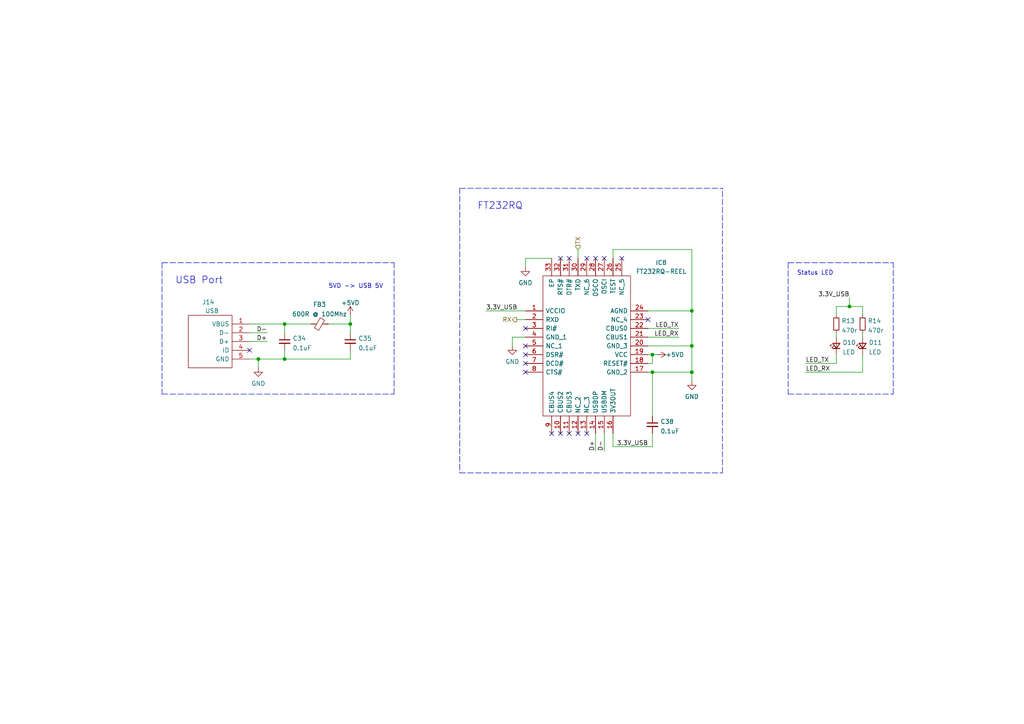
<source format=kicad_sch>
(kicad_sch (version 20211123) (generator eeschema)
  (paper "A4")
  (lib_symbols
    (symbol "47346-0001:47346-0001" (pin_names (offset 0.762))
      (property "Reference" "J" (at 13.97 22.86 0))
      (property "Value" "47346-0001" (at 13.97 20.32 0))
      (symbol "47346-0001_0_0"
        (pin passive line (at 10.16 0 90) (length 5.08) (name "VBUS") (number "1"))
        (pin passive line (at 7.62 0 90) (length 5.08) (name "D-") (number "2"))
        (pin passive line (at 5.08 0 90) (length 5.08) (name "D+") (number "3"))
        (pin passive line (at 2.54 0 90) (length 5.08) (name "ID") (number "4"))
        (pin passive line (at 0 0 90) (length 5.08) (name "GND") (number "5"))
      )
      (symbol "47346-0001_0_1"
        (polyline (pts (xy -2.54 17.78) (xy 12.7 17.78) (xy 12.7 5.08) (xy -2.54 5.08) (xy -2.54 17.78)) (stroke (width 0.1524)))
      )
    )
    (symbol "Device:C_Small" (pin_numbers hide) (pin_names (offset 0.254) hide)
      (property "Reference" "C" (at 0.254 1.778 0))
      (property "Value" "C_Small" (at 0.254 -2.032 0))
      (symbol "C_Small_0_1"
        (polyline (pts (xy -1.524 -0.508) (xy 1.524 -0.508)) (stroke (width 0.3302)))
        (polyline (pts (xy -1.524 0.508) (xy 1.524 0.508)) (stroke (width 0.3048)))
      )
      (symbol "C_Small_1_1"
        (pin passive line (at 0 2.54 270) (length 2.032) (name "~") (number "1"))
        (pin passive line (at 0 -2.54 90) (length 2.032) (name "~") (number "2"))
      )
    )
    (symbol "Device:FerriteBead_Small" (pin_numbers hide) (pin_names (offset 0))
      (property "Reference" "FB" (at 1.905 1.27 0))
      (property "Value" "FerriteBead_Small" (at 1.905 -1.27 0))
      (symbol "FerriteBead_Small_0_1"
        (polyline (pts (xy 0 -1.27) (xy 0 -0.7874)))
        (polyline (pts (xy 0 0.889) (xy 0 1.2954)))
        (polyline (pts (xy -1.8288 0.2794) (xy -1.1176 1.4986) (xy 1.8288 -0.2032) (xy 1.1176 -1.4224) (xy -1.8288 0.2794)))
      )
      (symbol "FerriteBead_Small_1_1"
        (pin passive line (at 0 2.54 270) (length 1.27) (name "~") (number "1"))
        (pin passive line (at 0 -2.54 90) (length 1.27) (name "~") (number "2"))
      )
    )
    (symbol "Device:LED_Small" (pin_numbers hide) (pin_names (offset 0.254) hide)
      (property "Reference" "D" (at -1.27 3.175 0))
      (property "Value" "LED_Small" (at -4.445 -2.54 0))
      (symbol "LED_Small_0_1"
        (polyline (pts (xy -0.762 -1.016) (xy -0.762 1.016)) (stroke (width 0.254)))
        (polyline (pts (xy 1.016 0) (xy -0.762 0)))
        (polyline (pts (xy 0.762 -1.016) (xy -0.762 0) (xy 0.762 1.016) (xy 0.762 -1.016)) (stroke (width 0.254)))
        (polyline (pts (xy 0 0.762) (xy -0.508 1.27) (xy -0.254 1.27) (xy -0.508 1.27) (xy -0.508 1.016)))
        (polyline (pts (xy 0.508 1.27) (xy 0 1.778) (xy 0.254 1.778) (xy 0 1.778) (xy 0 1.524)))
      )
      (symbol "LED_Small_1_1"
        (pin passive line (at -2.54 0 0) (length 1.778) (name "K") (number "1"))
        (pin passive line (at 2.54 0 180) (length 1.778) (name "A") (number "2"))
      )
    )
    (symbol "Device:R_Small" (pin_numbers hide) (pin_names (offset 0.254) hide)
      (property "Reference" "R" (at 0.762 0.508 0))
      (property "Value" "R_Small" (at 0.762 -1.016 0))
      (symbol "R_Small_0_1"
        (rectangle (start -0.762 1.778) (end 0.762 -1.778) (stroke (width 0.2032)))
      )
      (symbol "R_Small_1_1"
        (pin passive line (at 0 2.54 270) (length 0.762) (name "~") (number "1"))
        (pin passive line (at 0 -2.54 90) (length 0.762) (name "~") (number "2"))
      )
    )
    (symbol "FT232RQ-REEL:FT232RQ-REEL" (pin_names (offset 0.762))
      (property "Reference" "IC" (at 31.75 15.24 0))
      (property "Value" "FT232RQ-REEL" (at 31.75 12.7 0))
      (symbol "FT232RQ-REEL_0_0"
        (pin passive line (at 0 0 0) (length 5.08) (name "VCCIO") (number "1"))
        (pin passive line (at 10.16 -35.56 90) (length 5.08) (name "CBUS2") (number "10"))
        (pin passive line (at 12.7 -35.56 90) (length 5.08) (name "CBUS3") (number "11"))
        (pin passive line (at 15.24 -35.56 90) (length 5.08) (name "NC_2") (number "12"))
        (pin passive line (at 17.78 -35.56 90) (length 5.08) (name "NC_3") (number "13"))
        (pin passive line (at 20.32 -35.56 90) (length 5.08) (name "USBDP") (number "14"))
        (pin passive line (at 22.86 -35.56 90) (length 5.08) (name "USBDM") (number "15"))
        (pin passive line (at 25.4 -35.56 90) (length 5.08) (name "3V3OUT") (number "16"))
        (pin passive line (at 35.56 -17.78 180) (length 5.08) (name "GND_2") (number "17"))
        (pin passive line (at 35.56 -15.24 180) (length 5.08) (name "RESET#") (number "18"))
        (pin passive line (at 35.56 -12.7 180) (length 5.08) (name "VCC") (number "19"))
        (pin passive line (at 0 -2.54 0) (length 5.08) (name "RXD") (number "2"))
        (pin passive line (at 35.56 -10.16 180) (length 5.08) (name "GND_3") (number "20"))
        (pin passive line (at 35.56 -7.62 180) (length 5.08) (name "CBUS1") (number "21"))
        (pin passive line (at 35.56 -5.08 180) (length 5.08) (name "CBUS0") (number "22"))
        (pin passive line (at 35.56 -2.54 180) (length 5.08) (name "NC_4") (number "23"))
        (pin passive line (at 35.56 0 180) (length 5.08) (name "AGND") (number "24"))
        (pin passive line (at 27.94 15.24 270) (length 5.08) (name "NC_5") (number "25"))
        (pin passive line (at 25.4 15.24 270) (length 5.08) (name "TEST") (number "26"))
        (pin passive line (at 22.86 15.24 270) (length 5.08) (name "OSCI") (number "27"))
        (pin passive line (at 20.32 15.24 270) (length 5.08) (name "OSCO") (number "28"))
        (pin passive line (at 17.78 15.24 270) (length 5.08) (name "NC_6") (number "29"))
        (pin passive line (at 0 -5.08 0) (length 5.08) (name "RI#") (number "3"))
        (pin passive line (at 15.24 15.24 270) (length 5.08) (name "TXD") (number "30"))
        (pin passive line (at 12.7 15.24 270) (length 5.08) (name "DTR#") (number "31"))
        (pin passive line (at 10.16 15.24 270) (length 5.08) (name "RTS#") (number "32"))
        (pin passive line (at 7.62 15.24 270) (length 5.08) (name "EP") (number "33"))
        (pin passive line (at 0 -7.62 0) (length 5.08) (name "GND_1") (number "4"))
        (pin passive line (at 0 -10.16 0) (length 5.08) (name "NC_1") (number "5"))
        (pin passive line (at 0 -12.7 0) (length 5.08) (name "DSR#") (number "6"))
        (pin passive line (at 0 -15.24 0) (length 5.08) (name "DCD#") (number "7"))
        (pin passive line (at 0 -17.78 0) (length 5.08) (name "CTS#") (number "8"))
        (pin passive line (at 7.62 -35.56 90) (length 5.08) (name "CBUS4") (number "9"))
      )
      (symbol "FT232RQ-REEL_0_1"
        (polyline (pts (xy 5.08 10.16) (xy 30.48 10.16) (xy 30.48 -30.48) (xy 5.08 -30.48) (xy 5.08 10.16)) (stroke (width 0.1524)))
      )
    )
    (symbol "power:+5VD" (power) (pin_names (offset 0))
      (property "Value" "+5VD" (at 0 3.556 0))
      (symbol "+5VD_0_1"
        (polyline (pts (xy -0.762 1.27) (xy 0 2.54)))
        (polyline (pts (xy 0 0) (xy 0 2.54)))
        (polyline (pts (xy 0 2.54) (xy 0.762 1.27)))
      )
      (symbol "+5VD_1_1"
        (pin power_in line (at 0 0 90) (length 0) hide (name "+5VD") (number "1"))
      )
    )
    (symbol "power:GND" (power) (pin_names (offset 0))
      (property "Value" "GND" (at 0 -3.81 0))
      (symbol "GND_0_1"
        (polyline (pts (xy 0 0) (xy 0 -1.27) (xy 1.27 -1.27) (xy 0 -2.54) (xy -1.27 -1.27) (xy 0 -1.27)))
      )
      (symbol "GND_1_1"
        (pin power_in line (at 0 0 270) (length 0) hide (name "GND") (number "1"))
      )
    )
  )
  (junction (at 189.23 102.87))
  (junction (at 82.55 93.98))
  (junction (at 200.66 100.33))
  (junction (at 101.6 93.98))
  (junction (at 189.23 107.95))
  (junction (at 200.66 107.95))
  (junction (at 200.66 90.17))
  (junction (at 82.55 104.14))
  (junction (at 74.93 104.14))
  (junction (at 246.38 88.9))
  (no_connect (at 170.18 125.73))
  (no_connect (at 165.1 125.73))
  (no_connect (at 162.56 125.73))
  (no_connect (at 167.64 125.73))
  (no_connect (at 160.02 125.73))
  (no_connect (at 152.4 95.25))
  (no_connect (at 152.4 102.87))
  (no_connect (at 152.4 105.41))
  (no_connect (at 152.4 107.95))
  (no_connect (at 187.96 92.71))
  (no_connect (at 152.4 100.33))
  (no_connect (at 72.39 101.6))
  (no_connect (at 175.26 74.93))
  (no_connect (at 170.18 74.93))
  (no_connect (at 172.72 74.93))
  (no_connect (at 180.34 74.93))
  (no_connect (at 162.56 74.93))
  (no_connect (at 165.1 74.93))
  (wire (pts (xy 187.96 95.25) (xy 196.85 95.25)))
  (wire (pts (xy 148.59 97.79) (xy 148.59 100.33)))
  (polyline (pts (xy 46.99 76.2) (xy 46.99 114.3)))
  (wire (pts (xy 101.6 96.52) (xy 101.6 93.98)))
  (wire (pts (xy 72.39 93.98) (xy 82.55 93.98)))
  (wire (pts (xy 152.4 97.79) (xy 148.59 97.79)))
  (wire (pts (xy 82.55 101.6) (xy 82.55 104.14)))
  (polyline (pts (xy 133.35 137.16) (xy 209.55 137.16)))
  (wire (pts (xy 175.26 125.73) (xy 175.26 130.81)))
  (wire (pts (xy 101.6 101.6) (xy 101.6 104.14)))
  (wire (pts (xy 82.55 96.52) (xy 82.55 93.98)))
  (wire (pts (xy 177.8 72.39) (xy 200.66 72.39)))
  (wire (pts (xy 187.96 105.41) (xy 189.23 105.41)))
  (polyline (pts (xy 209.55 137.16) (xy 209.55 54.61)))
  (wire (pts (xy 246.38 88.9) (xy 242.57 88.9)))
  (wire (pts (xy 189.23 125.73) (xy 189.23 129.54)))
  (wire (pts (xy 187.96 90.17) (xy 200.66 90.17)))
  (wire (pts (xy 82.55 104.14) (xy 74.93 104.14)))
  (polyline (pts (xy 228.6 76.2) (xy 228.6 114.3)))
  (polyline (pts (xy 228.6 114.3) (xy 259.08 114.3)))
  (wire (pts (xy 189.23 102.87) (xy 187.96 102.87)))
  (wire (pts (xy 189.23 105.41) (xy 189.23 102.87)))
  (wire (pts (xy 189.23 107.95) (xy 200.66 107.95)))
  (wire (pts (xy 149.86 92.71) (xy 152.4 92.71)))
  (wire (pts (xy 72.39 96.52) (xy 77.47 96.52)))
  (wire (pts (xy 242.57 88.9) (xy 242.57 91.44)))
  (wire (pts (xy 101.6 91.44) (xy 101.6 93.98)))
  (wire (pts (xy 250.19 88.9) (xy 246.38 88.9)))
  (wire (pts (xy 200.66 90.17) (xy 200.66 100.33)))
  (polyline (pts (xy 133.35 54.61) (xy 133.35 137.16)))
  (wire (pts (xy 189.23 102.87) (xy 190.5 102.87)))
  (wire (pts (xy 172.72 125.73) (xy 172.72 130.81)))
  (wire (pts (xy 242.57 105.41) (xy 233.68 105.41)))
  (wire (pts (xy 233.68 107.95) (xy 250.19 107.95)))
  (wire (pts (xy 200.66 100.33) (xy 200.66 107.95)))
  (polyline (pts (xy 46.99 114.3) (xy 114.3 114.3)))
  (wire (pts (xy 250.19 91.44) (xy 250.19 88.9)))
  (wire (pts (xy 250.19 96.52) (xy 250.19 97.79)))
  (wire (pts (xy 101.6 104.14) (xy 82.55 104.14)))
  (wire (pts (xy 177.8 129.54) (xy 189.23 129.54)))
  (wire (pts (xy 72.39 104.14) (xy 74.93 104.14)))
  (wire (pts (xy 189.23 107.95) (xy 189.23 120.65)))
  (polyline (pts (xy 46.99 76.2) (xy 114.3 76.2)))
  (wire (pts (xy 242.57 102.87) (xy 242.57 105.41)))
  (wire (pts (xy 160.02 74.93) (xy 152.4 74.93)))
  (wire (pts (xy 250.19 107.95) (xy 250.19 102.87)))
  (wire (pts (xy 177.8 129.54) (xy 177.8 125.73)))
  (polyline (pts (xy 228.6 76.2) (xy 259.08 76.2)))
  (wire (pts (xy 140.97 90.17) (xy 152.4 90.17)))
  (wire (pts (xy 246.38 86.36) (xy 246.38 88.9)))
  (wire (pts (xy 74.93 104.14) (xy 74.93 106.68)))
  (wire (pts (xy 177.8 74.93) (xy 177.8 72.39)))
  (polyline (pts (xy 259.08 114.3) (xy 259.08 76.2)))
  (polyline (pts (xy 114.3 114.3) (xy 114.3 76.2)))
  (wire (pts (xy 200.66 107.95) (xy 200.66 110.49)))
  (wire (pts (xy 187.96 97.79) (xy 196.85 97.79)))
  (wire (pts (xy 200.66 72.39) (xy 200.66 90.17)))
  (wire (pts (xy 167.64 72.39) (xy 167.64 74.93)))
  (wire (pts (xy 187.96 100.33) (xy 200.66 100.33)))
  (wire (pts (xy 187.96 107.95) (xy 189.23 107.95)))
  (wire (pts (xy 152.4 74.93) (xy 152.4 77.47)))
  (wire (pts (xy 72.39 99.06) (xy 77.47 99.06)))
  (wire (pts (xy 82.55 93.98) (xy 90.17 93.98)))
  (wire (pts (xy 101.6 93.98) (xy 95.25 93.98)))
  (wire (pts (xy 242.57 96.52) (xy 242.57 97.79)))
  (polyline (pts (xy 133.35 54.61) (xy 209.55 54.61)))
  (text "FT232RQ" (at 138.43 60.96 0) (effects (font (size 2 2)) (justify left bottom)))
  (text "5VD -> USB 5V" (at 95.25 83.82 0) (effects (font (size 1.27 1.27)) (justify left bottom)))
  (text "Status LED" (at 231.14 80.01 0) (effects (font (size 1.27 1.27)) (justify left bottom)))
  (text "USB Port" (at 50.8 82.55 0) (effects (font (size 2 2)) (justify left bottom)))
  (label "D-" (at 77.47 96.52 180))
  (label "LED_RX" (at 196.85 97.79 180))
  (label "D+" (at 172.72 130.81 90))
  (label "3.3V_USB" (at 140.97 90.17 0))
  (label "LED_TX" (at 233.68 105.41 0))
  (label "D+" (at 77.47 99.06 180))
  (label "3.3V_USB" (at 187.96 129.54 180))
  (label "LED_RX" (at 233.68 107.95 0))
  (label "LED_TX" (at 196.85 95.25 180))
  (label "D-" (at 175.26 130.81 90))
  (label "3.3V_USB" (at 246.38 86.36 180))
  (hierarchical_label "TX" (shape input) (at 167.64 72.39 90))
  (hierarchical_label "RX" (shape output) (at 149.86 92.71 180))
  (symbol (lib_id "power:GND") (at 200.66 110.49 0) (unit 1)
    (property "Reference" "#PWR070" (effects hide))
    (property "Value" "GND" (at 200.66 115.0525 0))
  )
  (symbol (lib_id "power:GND") (at 148.59 100.33 0) (unit 1)
    (property "Reference" "#PWR067" (effects hide))
    (property "Value" "GND" (at 148.59 104.8925 0))
  )
  (symbol (lib_id "Device:R_Small") (at 250.19 93.98 0) (unit 1)
    (property "Reference" "R14" (at 251.6886 93.0715 0) (effects (justify left)))
    (property "Value" "470r" (at 251.6886 95.8466 0) (effects (justify left)))
    (property "Footprint" "Resistor_SMD:R_0603_1608Metric_Pad0.98x0.95mm_HandSolder" (effects hide))
  )
  (symbol (lib_id "power:+5VD") (at 101.6 91.44 0) (unit 1)
    (property "Reference" "#PWR066" (effects hide))
    (property "Value" "+5VD" (at 101.6 87.8355 0))
  )
  (symbol (lib_id "Device:FerriteBead_Small") (at 92.71 93.98 90) (unit 1)
    (property "Reference" "FB3" (at 92.6719 88.3117 90))
    (property "Value" "600R @ 100Mhz" (at 92.6719 91.0868 90))
    (property "Footprint" "Inductor_SMD:L_0603_1608Metric_Pad1.05x0.95mm_HandSolder" (effects hide))
  )
  (symbol (lib_id "Device:C_Small") (at 101.6 99.06 0) (unit 1)
    (property "Reference" "C35" (at 103.9241 98.1578 0) (effects (justify left)))
    (property "Value" "0.1uF" (at 103.9241 100.9329 0) (effects (justify left)))
    (property "Footprint" "Capacitor_SMD:C_0603_1608Metric_Pad1.08x0.95mm_HandSolder" (effects hide))
  )
  (symbol (lib_id "Device:LED_Small") (at 250.19 100.33 90) (unit 1)
    (property "Reference" "D11" (at 251.968 99.358 90) (effects (justify right)))
    (property "Value" "LED" (at 251.968 102.1331 90) (effects (justify right)))
    (property "Footprint" "LED_SMD:LED_0603_1608Metric_Pad1.05x0.95mm_HandSolder" (effects hide))
  )
  (symbol (lib_id "Device:C_Small") (at 189.23 123.19 0) (unit 1)
    (property "Reference" "C38" (at 191.5541 122.2878 0) (effects (justify left)))
    (property "Value" "0.1uF" (at 191.5541 125.0629 0) (effects (justify left)))
    (property "Footprint" "Capacitor_SMD:C_0603_1608Metric_Pad1.08x0.95mm_HandSolder" (effects hide))
  )
  (symbol (lib_id "power:+5VD") (at 190.5 102.87 270) (unit 1)
    (property "Reference" "#PWR069" (effects hide))
    (property "Value" "+5VD" (at 193.04 102.87 90) (effects (justify left)))
  )
  (symbol (lib_id "47346-0001:47346-0001") (at 72.39 104.14 90) (unit 1)
    (property "Reference" "J14" (at 62.23 87.63 90) (effects (justify left)))
    (property "Value" "USB" (at 63.5 90.17 90) (effects (justify left)))
    (property "Footprint" "library:47346-0001" (effects hide))
    (property "Datasheet" "http://www.molex.com/pdm_docs/sd/473460001_sd.pdf" (effects hide))
    (property "Description" "Micro USB B Receptacle Bottom Mount Assy Molex Right Angle SMT Type B Version 2.0 Micro USB Connector Socket, 30 V ac, 1A 47352 MICRO-USB" (effects hide))
    (property "Manufacturer_Name" "Molex" (effects hide))
    (property "Manufacturer_Part_Number" "47346-0001" (effects hide))
    (property "Mouser Part Number" "538-47346-0001" (effects hide))
    (property "Mouser Price/Stock" "https://www.mouser.co.uk/ProductDetail/Molex/47346-0001?qs=c2CV6XM0DweJBWaSeyWeCw%3D%3D" (effects hide))
  )
  (symbol (lib_id "Device:C_Small") (at 82.55 99.06 0) (unit 1)
    (property "Reference" "C34" (at 84.8741 98.1578 0) (effects (justify left)))
    (property "Value" "0.1uF" (at 84.8741 100.9329 0) (effects (justify left)))
    (property "Footprint" "Capacitor_SMD:C_0603_1608Metric_Pad1.08x0.95mm_HandSolder" (effects hide))
  )
  (symbol (lib_id "Device:LED_Small") (at 242.57 100.33 90) (unit 1)
    (property "Reference" "D10" (at 244.348 99.358 90) (effects (justify right)))
    (property "Value" "LED" (at 244.348 102.1331 90) (effects (justify right)))
    (property "Footprint" "LED_SMD:LED_0603_1608Metric_Pad1.05x0.95mm_HandSolder" (effects hide))
  )
  (symbol (lib_id "power:GND") (at 74.93 106.68 0) (unit 1)
    (property "Reference" "#PWR065" (effects hide))
    (property "Value" "GND" (at 74.93 111.2425 0))
  )
  (symbol (lib_id "power:GND") (at 152.4 77.47 0) (unit 1)
    (property "Reference" "#PWR068" (effects hide))
    (property "Value" "GND" (at 152.4 82.0325 0))
  )
  (symbol (lib_id "FT232RQ-REEL:FT232RQ-REEL") (at 152.4 90.17 0) (unit 1)
    (property "Reference" "IC8" (at 191.77 76.2 0))
    (property "Value" "FT232RQ-REEL" (at 191.77 78.74 0))
    (property "Footprint" "library:QFN50P500X500X90-33N-D" (effects hide))
    (property "Datasheet" "https://www.mouser.in/datasheet/2/163/DS_FT232R-11534.pdf" (effects hide))
    (property "Description" "USB Interface IC USB to Serial UART Enhanced IC QFN-32" (effects hide))
    (property "Height" "0.9" (effects hide))
    (property "Manufacturer_Name" "FTDI Chip" (effects hide))
    (property "Manufacturer_Part_Number" "FT232RQ-REEL" (effects hide))
    (property "Mouser Part Number" "895-FT232RQ" (effects hide))
    (property "Mouser Price/Stock" "https://www.mouser.co.uk/ProductDetail/FTDI/FT232RQ-REEL?qs=D1%2FPMqvA103VVcOzf7gfmQ%3D%3D" (effects hide))
    (property "Arrow Part Number" "FT232RQ-REEL" (effects hide))
    (property "Arrow Price/Stock" "https://www.arrow.com/en/products/ft232rq-reel/ftdi-chip?region=nac" (effects hide))
  )
  (symbol (lib_id "Device:R_Small") (at 242.57 93.98 0) (unit 1)
    (property "Reference" "R13" (at 244.0686 93.0715 0) (effects (justify left)))
    (property "Value" "470r" (at 244.0686 95.8466 0) (effects (justify left)))
    (property "Footprint" "Resistor_SMD:R_0603_1608Metric_Pad0.98x0.95mm_HandSolder" (effects hide))
  )
)
</source>
